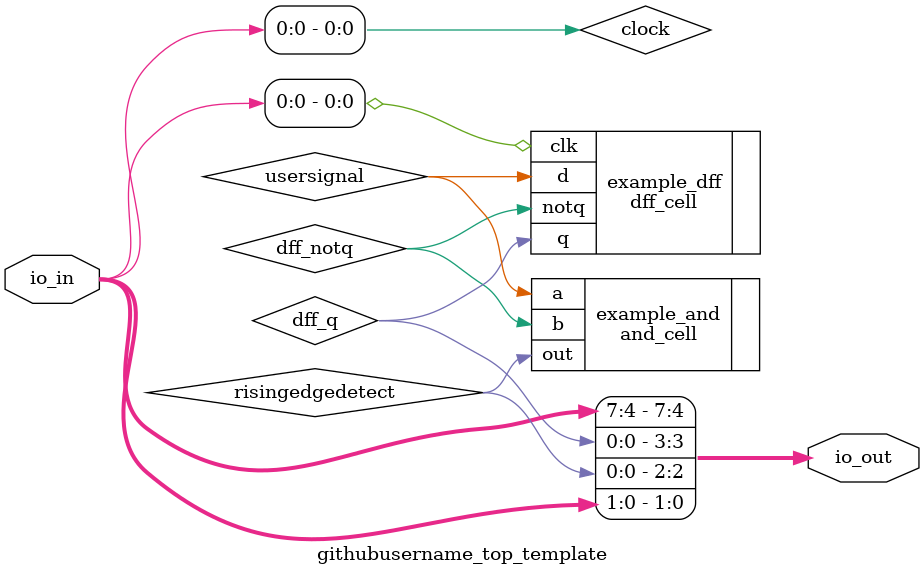
<source format=v>

module githubusername_top_template(	//prepend your github username to the top module
	input  [7:0] io_in,		//leave port names unchanged
	output [7:0] io_out);
	
	// declare internal wires or regs
	wire clock;
	wire usersignal;
	wire dff_q;
	wire dff_notq;
	wire risingedgedetect;
	
	assign clock = io_in[0]; //use the first input, io_in[0], for a clock if needed
	
	//available cells can be found in /src/cells.v
	//you can also implicitly declare cells using verilog syntax:
	//e.g. reg example_dff;
	//e.g. assign io_out[2] = usersignal & !dff_q;
	dff_cell example_dff (	
		.clk(clock), 
		.d(usersignal), 
		.q(dff_q),
		.notq(dff_notq));
	
	and_cell example_and (
		.a(usersignal),
		.b(dff_notq),
		.out(risingedgedetect));
	
	assign io_out[0] = io_in[0];
	assign io_out[1] = io_in[1];
	assign io_out[2] = risingedgedetect;
	assign io_out[3] = dff_q;
	assign io_out[7:4] = io_in[7:4];
endmodule

</source>
